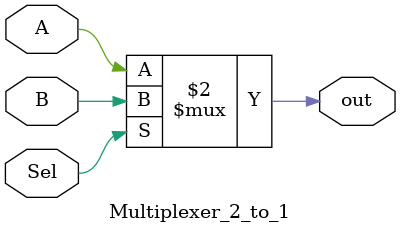
<source format=v>
module Multiplexer_2_to_1 (
    input A , B , 
    input Sel ,
    output out 
);

assign out = ( Sel == 0 ) ?  A  :  B ;

endmodule 

</source>
